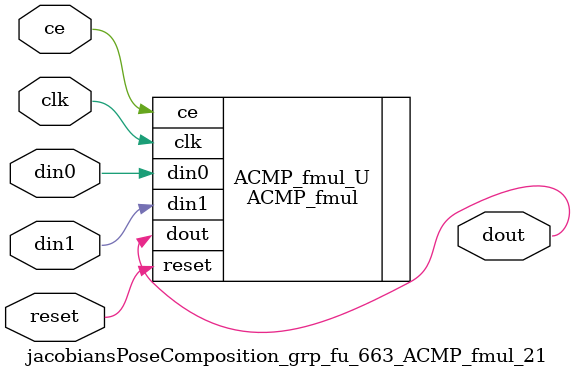
<source format=v>

`timescale 1 ns / 1 ps
module jacobiansPoseComposition_grp_fu_663_ACMP_fmul_21(
    clk,
    reset,
    ce,
    din0,
    din1,
    dout);

parameter ID = 32'd1;
parameter NUM_STAGE = 32'd1;
parameter din0_WIDTH = 32'd1;
parameter din1_WIDTH = 32'd1;
parameter dout_WIDTH = 32'd1;
input clk;
input reset;
input ce;
input[din0_WIDTH - 1:0] din0;
input[din1_WIDTH - 1:0] din1;
output[dout_WIDTH - 1:0] dout;



ACMP_fmul #(
.ID( ID ),
.NUM_STAGE( 4 ),
.din0_WIDTH( din0_WIDTH ),
.din1_WIDTH( din1_WIDTH ),
.dout_WIDTH( dout_WIDTH ))
ACMP_fmul_U(
    .clk( clk ),
    .reset( reset ),
    .ce( ce ),
    .din0( din0 ),
    .din1( din1 ),
    .dout( dout ));

endmodule

</source>
